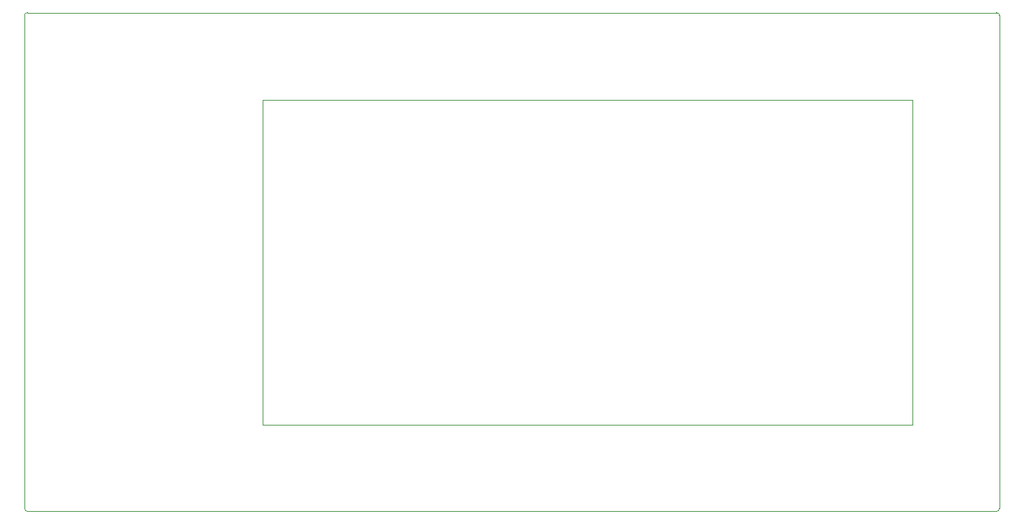
<source format=gbr>
%TF.GenerationSoftware,KiCad,Pcbnew,(5.1.10-1-10_14)*%
%TF.CreationDate,2021-08-26T21:48:08+08:00*%
%TF.ProjectId,SMP top plate v.2 ,534d5020-746f-4702-9070-6c6174652076,rev?*%
%TF.SameCoordinates,Original*%
%TF.FileFunction,Profile,NP*%
%FSLAX46Y46*%
G04 Gerber Fmt 4.6, Leading zero omitted, Abs format (unit mm)*
G04 Created by KiCad (PCBNEW (5.1.10-1-10_14)) date 2021-08-26 21:48:08*
%MOMM*%
%LPD*%
G01*
G04 APERTURE LIST*
%TA.AperFunction,Profile*%
%ADD10C,0.050000*%
%TD*%
G04 APERTURE END LIST*
D10*
X194200780Y-129593340D02*
G75*
G02*
X193878747Y-129928609I-322021J-12986D01*
G01*
X193878200Y-71188580D02*
G75*
G02*
X194213469Y-71510613I12986J-322021D01*
G01*
X183972200Y-81432400D02*
X107543600Y-81432400D01*
X183972200Y-119735600D02*
X183972200Y-81432400D01*
X107543600Y-119735600D02*
X183972200Y-119735600D01*
X107543600Y-81432400D02*
X107543600Y-119735600D01*
X79839820Y-129931160D02*
G75*
G02*
X79514700Y-129606040I0J325120D01*
G01*
X79517240Y-71513700D02*
G75*
G02*
X79842360Y-71188580I325120J0D01*
G01*
X79839820Y-129931160D02*
X193878200Y-129928620D01*
X194200780Y-129593340D02*
X194213469Y-71510613D01*
X193878200Y-71188580D02*
X79842360Y-71188580D01*
X79517240Y-71513700D02*
X79514700Y-129606040D01*
M02*

</source>
